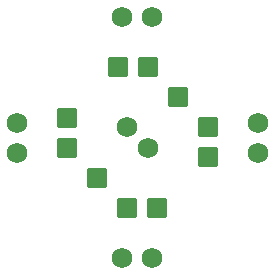
<source format=gbs>
G04 Layer: BottomSolderMaskLayer*
G04 EasyEDA v6.5.22, 2024-04-16 17:29:42*
G04 Gerber Generator version 0.2*
G04 Scale: 100 percent, Rotated: No, Reflected: No *
G04 Dimensions in millimeters *
G04 leading zeros omitted , absolute positions ,4 integer and 5 decimal *
%FSLAX45Y45*%
%MOMM*%

%AMMACRO1*1,1,$1,$2,$3*1,1,$1,$4,$5*1,1,$1,0-$2,0-$3*1,1,$1,0-$4,0-$5*20,1,$1,$2,$3,$4,$5,0*20,1,$1,$4,$5,0-$2,0-$3,0*20,1,$1,0-$2,0-$3,0-$4,0-$5,0*20,1,$1,0-$4,0-$5,$2,$3,0*4,1,4,$2,$3,$4,$5,0-$2,0-$3,0-$4,0-$5,$2,$3,0*%
%ADD10MACRO1,0.1016X0.7874X0.7874X0.7874X-0.7874*%
%ADD11C,1.7526*%

%LPD*%
D10*
G01*
X-340004Y-339999D03*
G01*
X339999Y339999D03*
G01*
X596900Y88900D03*
G01*
X596900Y-165100D03*
G01*
X165100Y-596900D03*
G01*
X-88900Y-596900D03*
G01*
X88900Y596902D03*
G01*
X-165100Y596902D03*
G01*
X-596900Y165100D03*
G01*
X-596900Y-88900D03*
D11*
G01*
X-1019997Y127000D03*
G01*
X-1019997Y-127000D03*
G01*
X-127000Y1019997D03*
G01*
X127000Y1019997D03*
G01*
X-89788Y89788D03*
G01*
X89814Y-89814D03*
G01*
X127000Y-1019997D03*
G01*
X-127000Y-1019997D03*
G01*
X1019997Y127000D03*
G01*
X1019997Y-127000D03*
M02*

</source>
